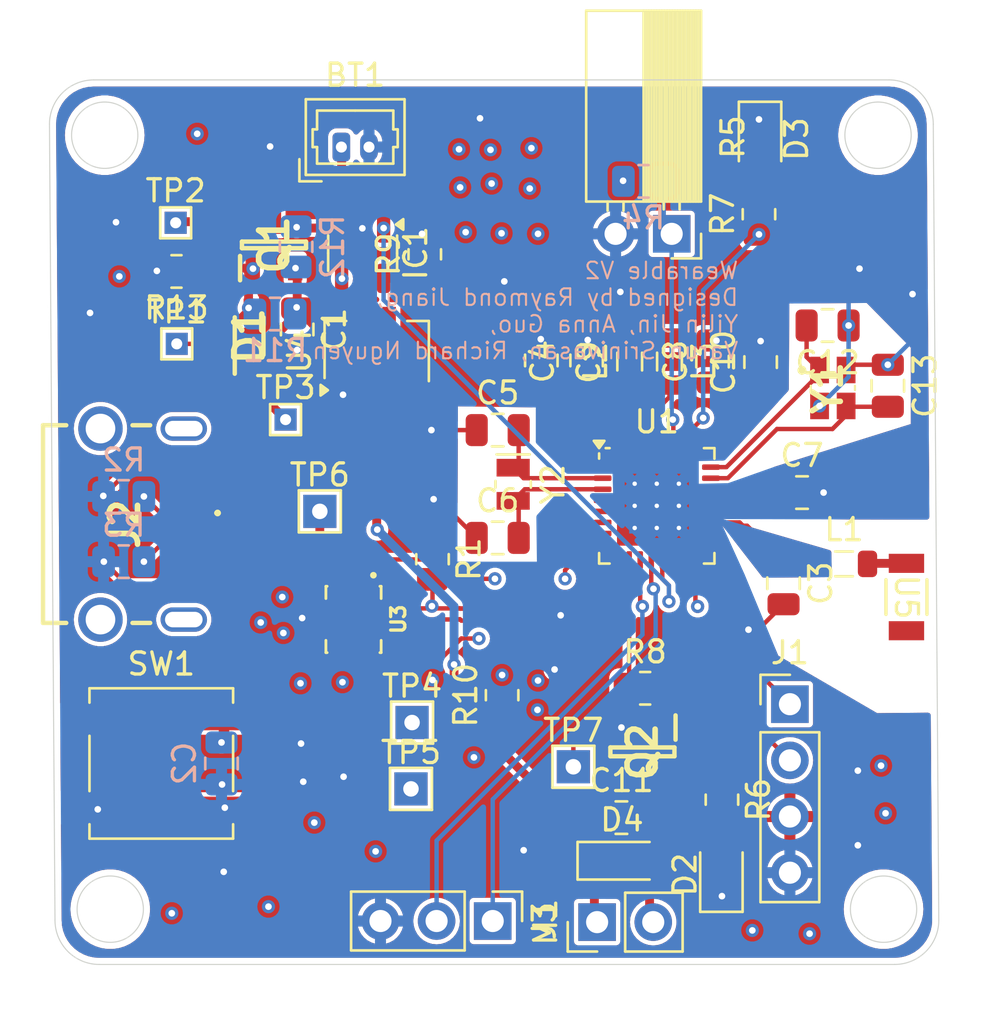
<source format=kicad_pcb>
(kicad_pcb (version 20240108) (generator "pcbnew") (generator_version "8.0")
  (layers (0 "F.Cu" signal) (1 "In1.Cu" signal) (2 "In2.Cu" signal) (31 "B.Cu" signal) (34 "B.Paste" user) (35 "F.Paste" user) (36 "B.SilkS" user "B.Silkscreen") (37 "F.SilkS" user "F.Silkscreen") (38 "B.Mask" user) (39 "F.Mask" user) (44 "Edge.Cuts" user))
  (net 0 "")
  (net 1 "GND")
  (net 2 "/VBAT+")
  (net 3 "VCC")
  (net 4 "/NRST")
  (net 5 "/RF1")
  (net 6 "/DEC1")
  (net 7 "/RCC_OSC32_IN")
  (net 8 "/RCC_OSC32_OUT")
  (net 9 "/DEC3")
  (net 10 "/DEC4")
  (net 11 "+3.3V")
  (net 12 "Net-(D4-A)")
  (net 13 "/X1")
  (net 14 "/X2")
  (net 15 "/VBUS")
  (net 16 "Net-(D2-A)")
  (net 17 "Net-(D3-A)")
  (net 18 "/SWCLK")
  (net 19 "/SWDIO")
  (net 21 "Net-(J2-CC2)")
  (net 24 "Net-(J2-CC1)")
  (net 26 "/USART1_RX")
  (net 27 "/USART1_TX")
  (net 28 "Net-(L1-Pad2)")
  (net 29 "Net-(L2-Pad2)")
  (net 30 "/DCC")
  (net 31 "Net-(Q2-B)")
  (net 32 "/ADC1_P")
  (net 33 "/LED1")
  (net 34 "/LED0")
  (net 35 "/HAPTIC")
  (net 36 "/I2C1_SDA")
  (net 37 "/I2C1_SCL")
  (net 38 "/INT1")
  (net 43 "/STAT")
  (net 52 "/prog")
  (footprint "Capacitor_SMD:C_0805_2012Metric" (layer "F.Cu") (at 119.9815 62.1445 -90)
    (property "Reference" "C13")
    (property "Value" "12p")
  )
  (footprint "Connector_PinSocket_2.54mm:PinSocket_1x02_P2.54mm_Horizontal" (layer "F.Cu") (at 110.2 55.275 -90)
    (property "Reference" "R5")
    (property "Value" "R_Variable")
  )
  (footprint "Connector_Molex:Molex_PicoBlade_53047-0210_1x02_P1.25mm_Vertical" (layer "F.Cu") (at 95.25 51.35)
    (property "Reference" "BT1")
    (property "Value" "Battery_Cell")
  )
  (footprint "Capacitor_SMD:C_0805_2012Metric" (layer "F.Cu") (at 112.05 61.05 90)
    (property "Reference" "C8")
    (property "Value" "1uF")
  )
  (footprint "Button_Switch_SMD:SW_SPST_B3SL-1002P" (layer "F.Cu") (at 87.1 79.225)
    (property "Reference" "SW1")
    (property "Value" "Reset")
  )
  (footprint "Inductor_SMD:L_0805_2012Metric" (layer "F.Cu") (at 108.3 61.05 90)
    (property "Reference" "L2")
    (property "Value" "10uH")
  )
  (footprint "Resistor_SMD:R_0805_2012Metric" (layer "F.Cu") (at 109 75.825)
    (property "Reference" "R8")
    (property "Value" "2k")
  )
  (footprint "Capacitor_SMD:C_0805_2012Metric" (layer "F.Cu") (at 106.35 61 90)
    (property "Reference" "C9")
    (property "Value" "4.7uF")
  )
  (footprint "Capacitor_SMD:C_0805_2012Metric" (layer "F.Cu") (at 104.3 61 90)
    (property "Reference" "C4")
    (property "Value" "0.1uF")
  )
  (footprint "LED_SMD:LED_0805_2012Metric" (layer "F.Cu") (at 112.45 84.25 90)
    (property "Reference" "D2")
    (property "Value" "LED")
  )
  (footprint "Resistor_SMD:R_0805_2012Metric" (layer "F.Cu") (at 112.475 80.8625 -90)
    (property "Reference" "R6")
    (property "Value" "300")
  )
  (footprint "LED_SMD:LED_0805_2012Metric" (layer "F.Cu") (at 114.2 50.9875 -90)
    (property "Reference" "D3")
    (property "Value" "LED")
  )
  (footprint "TestPoint:TestPoint_THTPad_1.5x1.5mm_Drill0.7mm" (layer "F.Cu") (at 98.4 80.375)
    (property "Reference" "TP5")
    (property "Value" "i2c SCL")
  )
  (footprint "Resistor_SMD:R_0805_2012Metric" (layer "F.Cu") (at 99.375 69.9875 -90)
    (property "Reference" "R1")
    (property "Value" "4.7k")
  )
  (footprint "Capacitor_SMD:C_0805_2012Metric" (layer "F.Cu") (at 93.25 59.6 -90)
    (property "Reference" "C1")
    (property "Value" "0.1uF")
  )
  (footprint "Crystal:Crystal_SMD_MicroCrystal_CC8V-T1A-2Pin_2.0x1.2mm" (layer "F.Cu") (at 103.025 66.6 -90)
    (property "Reference" "Y2")
    (property "Value" "Crystal")
  )
  (footprint "Connector_PinHeader_2.54mm:PinHeader_1x02_P2.54mm_Vertical" (layer "F.Cu") (at 106.825 86.4 90)
    (property "Reference" "M1")
    (property "Value" "Motor_DC")
  )
  (footprint "Connector_PinHeader_2.54mm:PinHeader_1x04_P2.54mm_Vertical" (layer "F.Cu") (at 115.55 76.545)
    (property "Reference" "J1")
    (property "Value" "Conn_01x04")
  )
  (footprint "TestPoint:TestPoint_THTPad_1.5x1.5mm_Drill0.7mm" (layer "F.Cu") (at 94.275 67.825)
    (property "Reference" "TP6")
    (property "Value" "IMU INT")
  )
  (footprint "Inductor_SMD:L_0805_2012Metric" (layer "F.Cu") (at 110.1 61.05 -90)
    (property "Reference" "L3")
    (property "Value" "15nH")
  )
  (footprint "Capacitor_SMD:C_0805_2012Metric" (layer "F.Cu") (at 102.325 69.025)
    (property "Reference" "C6")
    (property "Value" "12p")
  )
  (footprint "Capacitor_SMD:C_0805_2012Metric" (layer "F.Cu") (at 116.1 66.975)
    (property "Reference" "C7")
    (property "Value" "100pF")
  )
  (footprint "Resistor_SMD:R_0805_2012Metric" (layer "F.Cu") (at 87.7875 56.975 180)
    (property "Reference" "R13")
    (property "Value" "10k")
  )
  (footprint "A_wearables:SOT95P240X115-3N" (layer "F.Cu") (at 108.875 78.7 -90)
    (property "Reference" "Q2")
    (property "Value" "NPN" (hide yes))
  )
  (footprint "Package_DFN_QFN:QFN-32-1EP_5x5mm_P0.5mm_EP3.6x3.6mm_ThermalVias" (layer "F.Cu") (at 109.525 67.575)
    (property "Reference" "U1")
    (property "Value" "nRF52811-QCxx")
  )
  (footprint "Capacitor_SMD:C_0805_2012Metric" (layer "F.Cu") (at 114.225 61.075 90)
    (property "Reference" "C10")
    (property "Value" "0.1uF")
  )
  (footprint "Package_TO_SOT_SMD:SOT-23-5" (layer "F.Cu") (at 96.2125 56.15 -90)
    (property "Reference" "IC1")
    (property "Value" "MCP73831T-2ACI_OT")
  )
  (footprint "A_wearables:ABM10W240000MHZ8K1ZT3" (layer "F.Cu") (at 117.2565 62.2445 -90)
    (property "Reference" "Y1")
    (property "Value" "ABM10W-32.0000MHZ-8-B1U-T3" (hide yes))
  )
  (footprint "Resistor_SMD:R_0805_2012Metric" (layer "F.Cu") (at 114.15 54.3875 90)
    (property "Reference" "R7")
    (property "Value" "300")
  )
  (footprint "A_wearables:2171750001" (layer "F.Cu") (at 85.1975 68.4 -90)
    (property "Reference" "J2")
    (property "Value" "217175-0001" (hide yes))
  )
  (footprint "TestPoint:TestPoint_THTPad_1.0x1.0mm_Drill0.5mm" (layer "F.Cu") (at 87.75 54.775)
    (property "Reference" "TP2")
    (property "Value" "VBAT_TP")
  )
  (footprint "TestPoint:TestPoint_THTPad_1.5x1.5mm_Drill0.7mm" (layer "F.Cu") (at 98.45 77.375)
    (property "Reference" "TP4")
    (property "Value" "i2c SDA")
  )
  (footprint "Package_TO_SOT_SMD:SOT-89-3" (layer "F.Cu") (at 96.85 60.575 90)
    (property "Reference" "U4")
    (property "Value" "MCP1700x-330xxMB")
  )
  (footprint "A_wearables:SOD2513X120N" (layer "F.Cu") (at 91.075 59.9 90)
    (property "Reference" "D1")
    (property "Value" "D_Schottky" (hide yes))
  )
  (footprint "Capacitor_SMD:C_0805_2012Metric" (layer "F.Cu") (at 117.2565 59.4195 180)
    (property "Reference" "C12")
    (property "Value" "12p")
  )
  (footprint "A_wearables:XDCR_BMI270" (layer "F.Cu") (at 95.8 72.7125 -90)
    (property "Reference" "U3")
    (property "Value" "BMI270")
  )
  (footprint "Connector_PinHeader_2.54mm:PinHeader_1x03_P2.54mm_Vertical" (layer "F.Cu") (at 102.1 86.35 -90)
    (property "Reference" "J3")
    (property "Value" "Conn_01x03")
  )
  (footprint "A_wearables:SOT96P240X110-3N" (layer "F.Cu") (at 92.2 55.775 90)
    (property "Reference" "Q1")
    (property "Value" "PMOS" (hide yes))
  )
  (footprint "TestPoint:TestPoint_THTPad_1.0x1.0mm_Drill0.5mm" (layer "F.Cu") (at 87.8 60.25)
    (property "Reference" "TP1")
    (property "Value" "VBUS_TP")
  )
  (footprint "Resistor_SMD:R_0805_2012Metric" (layer "F.Cu") (at 102.525 76.1375 90)
    (property "Reference" "R10")
    (property "Value" "4.7k")
  )
  (footprint "Inductor_SMD:L_0805_2012Metric" (layer "F.Cu") (at 118 70.2)
    (property "Reference" "L1")
    (property "Value" "3.9nH")
  )
  (footprint "Resistor_SMD:R_0805_2012Metric" (layer "F.Cu") (at 99.025 56.2 90)
    (property "Reference" "R9")
    (property "Value" "10k")
  )
  (footprint "A_wearables:2450AT18A100E_JOT" (layer "F.Cu") (at 120.825 71.698801 -90)
    (property "Reference" "U5")
    (property "Value" "2450AT18A100E")
  )
  (footprint "Diode_SMD:D_SOD-323_HandSoldering" (layer "F.Cu") (at 107.95 83.625)
    (property "Reference" "D4")
    (property "Value" "1N4148")
  )
  (footprint "Capacitor_SMD:C_0805_2012Metric" (layer "F.Cu") (at 115.2625 71.075 -90)
    (property "Reference" "C3")
    (property "Value" "0.8pF")
  )
  (footprint "Capacitor_SMD:C_0805_2012Metric" (layer "F.Cu") (at 107.925 81.675)
    (property "Reference" "C11")
    (property "Value" "0.1uF")
  )
  (footprint "Capacitor_SMD:C_0805_2012Metric" (layer "F.Cu") (at 102.325 64.15)
    (property "Reference" "C5")
    (property "Value" "12p")
  )
  (footprint "TestPoint:TestPoint_THTPad_1.5x1.5mm_Drill0.7mm" (layer "F.Cu") (at 105.75 79.375)
    (property "Reference" "TP7")
    (property "Value" "IMU INT")
  )
  (footprint "TestPoint:TestPoint_THTPad_1.0x1.0mm_Drill0.5mm" (layer "F.Cu") (at 92.725 63.675)
    (property "Reference" "TP3")
    (property "Value" "VCC/VIN_TP")
  )
  (footprint "Resistor_SMD:R_0805_2012Metric" (layer "B.Cu") (at 85.4 67.15 180)
    (property "Reference" "R2")
    (property "Value" "5.1k")
  )
  (footprint "Resistor_SMD:R_0805_2012Metric" (layer "B.Cu") (at 93.2 55.8625 90)
    (property "Reference" "R12")
    (property "Value" "0")
  )
  (footprint "Capacitor_SMD:C_0805_2012Metric" (layer "B.Cu") (at 89.825 79.225 -90)
    (property "Reference" "C2")
    (property "Value" "0.1uF")
  )
  (footprint "Resistor_SMD:R_0805_2012Metric" (layer "B.Cu") (at 108.925 52.9)
    (property "Reference" "R4")
    (property "Value" "10k")
  )
  (footprint "Resistor_SMD:R_0805_2012Metric" (layer "B.Cu") (at 92.25 58.9)
    (property "Reference" "R11")
    (property "Value" "0")
  )
  (footprint "Resistor_SMD:R_0805_2012Metric" (layer "B.Cu") (at 85.4 70.1 180)
    (property "Reference" "R3")
    (property "Value" "5.1k")
  )
  (gr_circle (center 84.539214 50.814214) (end 86.039214 50.814214) (stroke (width 0.05)) (fill none) (layer "Edge.Cuts"))
  (gr_circle (center 84.789214 85.814214) (end 86.289214 85.814214) (stroke (width 0.05)) (fill none) (layer "Edge.Cuts"))
  (gr_arc (start 84.289214 88.314214) (mid 82.875 87.728428) (end 82.289214 86.314214) (stroke (width 0.05)) (layer "Edge.Cuts"))
  (gr_arc (start 120.039214 48.314214) (mid 121.453414 48.900006) (end 122.039214 50.314214) (stroke (width 0.05)) (layer "Edge.Cuts"))
  (gr_circle (center 119.789214 85.814214) (end 121.289214 85.814214) (stroke (width 0.05)) (fill none) (layer "Edge.Cuts"))
  (gr_line (start 82.289214 86.314214) (end 82.039214 50.314214) (stroke (width 0.05)) (layer "Edge.Cuts"))
  (gr_arc (start 122.289214 86.314214) (mid 121.703423 87.728423) (end 120.289214 88.314214) (stroke (width 0.05)) (layer "Edge.Cuts"))
  (gr_circle (center 119.539214 50.814214) (end 121.039214 50.814214) (stroke (width 0.05)) (fill none) (layer "Edge.Cuts"))
  (gr_arc (start 82.039214 50.314214) (mid 82.625 48.9) (end 84.039214 48.314214) (stroke (width 0.05)) (layer "Edge.Cuts"))
  (gr_line (start 84.289214 88.314214) (end 120.289214 88.314214) (stroke (width 0.05)) (layer "Edge.Cuts"))
  (gr_line (start 84.039214 48.314214) (end 120.039214 48.314214) (stroke (width 0.05)) (layer "Edge.Cuts"))
  (gr_line (start 122.039214 50.314214) (end 122.289214 86.314214) (stroke (width 0.05)) (layer "Edge.Cuts"))
  (gr_text "Wearable V2\nDesigned by Raymond Jiang,\nYilin Jin, Anna Guo,\nVarun Srinivasan, Richard Nguyen" (at 113.275 61 0) (layer "B.SilkS") (effects (font (size 0.75 0.75) (thickness 0.09375)) (justify left bottom mirror)))
  (segment (start 119.9815 61.1945) (end 118.3305 61.1945) (width 0.2) (layer "F.Cu") (net 1))
  (segment (start 109.275 65.125) (end 109.275 66.325) (width 0.2) (layer "F.Cu") (net 1))
  (segment (start 118.2065 59.4195) (end 118.2065 61.3185) (width 0.2) (layer "F.Cu") (net 1))
  (segment (start 110.775 67.825) (end 110.525 67.575) (width 0.2) (layer "F.Cu") (net 1))
  (segment (start 114.1125 73.175) (end 113.675 73.175) (width 0.2) (layer "F.Cu") (net 1))
  (segment (start 88.2275 71.15) (end 85.55 71.15) (width 0.2) (layer "F.Cu") (net 1))
  (segment (start 93.5375 72.7125) (end 93.475 72.65) (width 0.2) (layer "F.Cu") (net 1))
  (segment (start 111.975 67.825) (end 110.775 67.825) (width 0.2) (layer "F.Cu") (net 1))
  (segment (start 101.375 69.025) (end 99.625 67.275) (width 0.2) (layer "F.Cu") (net 1))
  (segment (start 94.8875 73.2125) (end 94.0375 73.2125) (width 0.2) (layer "F.Cu") (net 1))
  (segment (start 101.375 64.15) (end 99.325 64.15) (width 0.2) (layer "F.Cu") (net 1))
  (segment (start 115.2625 72.025) (end 114.1125 73.175) (width 0.2) (layer "F.Cu") (net 1))
  (segment (start 99.625 67.275) (end 99.425 67.275) (width 0.2) (layer "F.Cu") (net 1))
  (segment (start 118.2065 61.3185) (end 118.0935 61.4315) (width 0.2) (layer "F.Cu") (net 1))
  (segment (start 85.55 71.15) (end 84.5 70.1) (width 0.2) (layer "F.Cu") (net 1))
  (segment (start 94.0375 73.2125) (end 93.475 72.65) (width 0.2) (layer "F.Cu") (net 1))
  (segment (start 109.275 66.325) (end 109.525 66.575) (width 0.2) (layer "F.Cu") (net 1))
  (segment (start 118.3305 61.1945) (end 118.0935 61.4315) (width 0.2) (layer "F.Cu") (net 1))
  (segment (start 88.2275 65.65) (end 85.95 65.65) (width 0.2) (layer "F.Cu") (net 1))
  (segment (start 109.775 65.125) (end 109.775 66.325) (width 0.2) (layer "F.Cu") (net 1))
  (segment (start 109.775 66.325) (end 109.525 66.575) (width 0.2) (layer "F.Cu") (net 1))
  (segment (start 85.95 65.65) (end 84.475 67.125) (width 0.2) (layer "F.Cu") (net 1))
  (segment (start 94.8875 72.7125) (end 93.5375 72.7125) (width 0.2) (layer "F.Cu") (net 1))
  (via (at 112.225 60.1) (size 0.6) (drill 0.3) (layers "F.Cu" "B.Cu") (net 1))
  (via (at 106.4 60.075) (size 0.6) (drill 0.3) (layers "F.Cu" "B.Cu") (net 1))
  (via (at 89.925 84.125) (size 0.6) (drill 0.3) (layers "F.Cu" "B.Cu") (net 1))
  (via (at 112.475 85.225) (size 0.6) (drill 0.3) (layers "F.Cu" "B.Cu") (net 1))
  (via (at 93.425 78.325) (size 0.6) (drill 0.3) (layers "F.Cu" "B.Cu") (net 1))
  (via (at 103.5 83.15) (size 0.6) (drill 0.3) (layers "F.Cu" "B.Cu") (net 1))
  (via (at 86.9 56.95) (size 0.6) (drill 0.3) (layers "F.Cu" "B.Cu") (net 1))
  (via (at 92.025 51.325) (size 0.6) (drill 0.3) (layers "F.Cu" "B.Cu") (net 1))
  (via (at 98.9 55.275) (size 0.6) (drill 0.3) (layers "F.Cu" "B.Cu") (net 1))
  (via (at 84.475 67.125) (size 0.6) (drill 0.3) (layers "F.Cu" "B.Cu") (net 1))
  (via (at 96.2 55.025) (size 0.6) (drill 0.3) (layers "F.Cu" "B.Cu") (net 1))
  (via (at 117.075 66.975) (size 0.6) (drill 0.3) (layers "F.Cu" "B.Cu") (net 1))
  (via (at 118.2065 59.4195) (size 0.6) (drill 0.3) (layers "F.Cu" "B.Cu") (net 1))
  (via (at 89.975 81.225) (size 0.6) (drill 0.3) (layers "F.Cu" "B.Cu") (net 1))
  (via (at 118.625 79.55) (size 0.6) (drill 0.3) (layers "F.Cu" "B.Cu") (net 1))
  (via (at 114.225 60.125) (size 0.6) (drill 0.3) (layers "F.Cu" "B.Cu") (net 1))
  (via (at 93.475 72.65) (size 0.6) (drill 0.3) (layers "F.Cu" "B.Cu") (net 1))
  (via (at 93.25 60.525) (size 0.6) (drill 0.3) (layers "F.Cu" "B.Cu") (net 1))
  (via (at 101.525 50.05) (size 0.6) (drill 0.3) (layers "F.Cu" "B.Cu") (net 1))
  (via (at 113.675 73.175) (size 0.6) (drill 0.3) (layers "F.Cu" "B.Cu") (net 1))
  (via (at 83.875 58.85) (size 0.6) (drill 0.3) (layers "F.Cu" "B.Cu") (net 1))
  (via (at 93.525 80.05) (size 0.6) (drill 0.3) (layers "F.Cu" "B.Cu") (net 1))
  (via (at 85.05 54.75) (size 0.6) (drill 0.3) (layers "F.Cu" "B.Cu") (net 1))
  (via (at 102.625 57.425) (size 0.6) (drill 0.3) (layers "F.Cu" "B.Cu") (net 1))
  (via (at 119.9815 61.1945) (size 0.6) (drill 0.3) (layers "F.Cu" "B.Cu") (net 1))
  (via (at 114.15 50.1) (size 0.6) (drill 0.3) (layers "F.Cu" "B.Cu") (net 1))
  (via (at 89.85 80.175) (size 0.6) (drill 0.3) (layers "F.Cu" "B.Cu") (net 1))
  (via (at 107.925 77.6) (size 0.6) (drill 0.3) (layers "F.Cu" "B.Cu") (net 1))
  (via (at 95.35 79.825) (size 0.6) (drill 0.3) (layers "F.Cu" "B.Cu") (net 1))
  (via (at 105.175 72.525) (size 0.6) (drill 0.3) (layers "F.Cu" "B.Cu") (net 1))
  (via (at 99.325 64.15) (size 0.6) (drill 0.3) (layers "F.Cu" "B.Cu") (net 1))
  (via (at 107.875 57.9) (size 0.6) (drill 0.3) (layers "F.Cu" "B.Cu") (net 1))
  (via (at 84.225 81.3) (size 0.6) (drill 0.3) (layers "F.Cu" "B.Cu") (net 1))
  (via (at 84.5 70.1) (size 0.6) (drill 0.3) (layers "F.Cu" "B.Cu") (net 1))
  (via (at 95.325 62.55) (size 0.6) (drill 0.3) (layers "F.Cu" "B.Cu") (net 1))
  (via (at 99.425 67.275) (size 0.6) (drill 0.3) (layers "F.Cu" "B.Cu") (net 1))
  (via (at 104.275 60.0375) (size 0.6) (drill 0.3) (layers "F.Cu" "B.Cu") (net 1))
  (via (at 118.625 82.925) (size 0.6) (drill 0.3) (layers "F.Cu" "B.Cu") (net 1))
  (via (at 116.8935 63.0575) (size 0.6) (drill 0.3) (layers "F.Cu" "B.Cu") (net 1))
  (via (at 104.9 74.975) (size 0.6) (drill 0.3) (layers "F.Cu" "B.Cu") (net 1))
  (via (at 118.7 56.85) (size 0.6) (drill 0.3) (layers "F.Cu" "B.Cu") (net 1))
  (via (at 121.1 58) (size 0.6) (drill 0.3) (layers "F.Cu" "B.Cu") (net 1))
  (segment (start 118.2065 57.3435) (end 118.2065 59.4195) (width 0.2) (layer "B.Cu") (net 1))
  (segment (start 118.2065 59.4195) (end 118.2065 61.7445) (width 0.2) (layer "B.Cu") (net 1))
  (segment (start 119.9815 61.1945) (end 121.1 60.076) (width 0.2) (layer "B.Cu") (net 1))
  (segment (start 118.2315 59.3945) (end 118.2065 59.4195) (width 0.4) (layer "B.Cu") (net 1))
  (segment (start 89.85 80.175) (end 89.85 81.1) (width 0.4) (layer "B.Cu") (net 1))
  (segment (start 118.7 56.85) (end 118.2065 57.3435) (width 0.2) (layer "B.Cu") (net 1))
  (segment (start 89.85 81.1) (end 89.975 81.225) (width 0.4) (layer "B.Cu") (net 1))
  (segment (start 121.1 60.076) (end 121.1 58) (width 0.2) (layer "B.Cu") (net 1))
  (segment (start 118.2065 61.7445) (end 116.8935 63.0575) (width 0.2) (layer "B.Cu") (net 1))
  (segment (start 93.2625 55.0125) (end 93.225 54.975) (width 0.4) (layer "F.Cu") (net 2))
  (segment (start 93.1875 55.0125) (end 92.4875 55.0125) (width 0.4) (layer "F.Cu") (net 2))
  (segment (start 95.2625 51.3625) (end 95.25 51.35) (width 0.4) (layer "F.Cu") (net 2))
  (segment (start 92.2 54.725) (end 87.8 54.725) (width 0.4) (layer "F.Cu") (net 2))
  (segment (start 95.2625 55.0125) (end 95.2625 51.3625) (width 0.4) (layer "F.Cu") (net 2))
  (segment (start 92.4875 55.0125) (end 92.2 54.725) (width 0.4) (layer "F.Cu") (net 2))
  (segment (start 87.8 54.725) (end 87.75 54.775) (width 0.4) (layer "F.Cu") (net 2))
  (segment (start 95.2625 55.0125) (end 93.2625 55.0125) (width 0.4) (layer "F.Cu") (net 2))
  (segment (start 93.225 54.975) (end 93.1875 55.0125) (width 0.4) (layer "F.Cu") (net 2))
  (via (at 93.225 54.975) (size 0.6) (drill 0.3) (layers "F.Cu" "B.Cu") (net 2))
  (segment (start 93.25 58.65) (end 93.25 58.625) (width 0.4) (layer "F.Cu") (net 3))
  (segment (start 93.25 56.915) (end 93.175 56.84) (width 0.4) (layer "F.Cu") (net 3))
  (segment (start 93.25 58.887) (end 91.075 61.062) (width 0.4) (layer "F.Cu") (net 3))
  (segment (start 93.25 58.65) (end 96.85 62.25) (width 0.4) (layer "F.Cu") (net 3))
  (segment (start 106.7 86.275) (end 106.825 86.4) (width 0.4) (layer "F.Cu") (net 3))
  (segment (start 93.225 58.6) (end 93.25 58.575) (width 0.4) (layer "F.Cu") (net 3))
  (segment (start 105.511334 81.675) (end 106.975 81.675) (width 0.4) (layer "F.Cu") (net 3))
  (segment (start 100.35 76.513666) (end 105.511334 81.675) (width 0.4) (layer "F.Cu") (net 3))
  (segment (start 96.85 62.4375) (end 96.85 68.625) (width 0.4) (layer "F.Cu") (net 3))
  (segment (start 93.175 56.825) (end 93.16 56.825) (width 0.4) (layer "F.Cu") (net 3))
  (segment (start 106.7 83.625) (end 106.7 86.275) (width 0.4) (layer "F.Cu") (net 3))
  (segment (start 100.35 74.75) (end 100.35 76.513666) (width 0.4) (layer "F.Cu") (net 3))
  (segment (start 96.85 62.25) (end 96.85 62.4375) (width 0.4) (layer "F.Cu") (net 3))
  (segment (start 106.7 83.625) (end 106.7 81.95) (width 0.4) (layer "F.Cu") (net 3))
  (segment (start 93.25 58.625) (end 93.225 58.6) (width 0.4) (layer "F.Cu") (net 3))
  (segment (start 106.7 81.95) (end 106.975 81.675) (width 0.4) (layer "F.Cu") (net 3))
  (segment (start 96.85 68.625) (end 96.875 68.65) (width 0.4) (layer "F.Cu") (net 3))
  (segment (start 93.175 56.84) (end 93.175 56.825) (width 0.4) (layer "F.Cu") (net 3))
  (segment (start 93.25 58.65) (end 93.25 58.887) (width 0.4) (layer "F.Cu") (net 3))
  (segment (start 93.16 56.825) (end 93.16 56.825) (width 0.4) (layer "F.Cu") (net 3))
  (segment (start 91.075 62.025) (end 92.725 63.675) (width 0.4) (layer "F.Cu") (net 3))
  (segment (start 91.075 61.062) (end 91.075 62.025) (width 0.4) (layer "F.Cu") (net 3))
  (segment (start 93.25 58.65) (end 93.25 56.915) (width 0.4) (layer "F.Cu") (net 3))
  (via (at 96.875 68.65) (size 0.6) (drill 0.3) (layers "F.Cu" "B.Cu") (net 3))
  (via (at 93.225 58.6) (size 0.6) (drill 0.3) (layers "F.Cu" "B.Cu") (net 3))
  (via (at 93.175 56.825) (size 0.6) (drill 0.3) (layers "F.Cu" "B.Cu") (net 3))
  (via (at 100.35 74.75) (size 0.6) (drill 0.3) (layers "F.Cu" "B.Cu") (net 3))
  (segment (start 100.35 72.125) (end 100.35 74.75) (width 0.4) (layer "B.Cu") (net 3))
  (segment (start 96.875 68.65) (end 100.35 72.125) (width 0.4) (layer "B.Cu") (net 3))
  (segment (start 89.8 77.225) (end 89.8 78.25) (width 0.2) (layer "F.Cu") (net 4))
  (segment (start 89.8 78.25) (end 89.825 78.275) (width 0.2) (layer "F.Cu") (net 4))
  (segment (start 111.275 72.025) (end 111.275 70.025) (width 0.2) (layer "F.Cu") (net 4))
  (segment (start 92.523529 74.501471) (end 99.748529 74.501471) (width 0.2) (layer "F.Cu") (net 4))
  (segment (start 84.05 77.225) (end 89.8 77.225) (width 0.2) (layer "F.Cu") (net 4))
  (segment (start 100.675 73.575) (end 101.475 73.575) (width 0.2) (layer "F.Cu") (net 4))
  (segment (start 111.375 72.125) (end 111.275 72.025) (width 0.2) (layer "F.Cu") (net 4))
  (segment (start 89.8 77.225) (end 92.523529 74.501471) (width 0.2) (layer "F.Cu") (net 4))
  (segment (start 89.975 78.125) (end 89.825 78.275) (width 0.4) (layer "F.Cu") (net 4))
  (segment (start 99.748529 74.501471) (end 100.675 73.575) (width 0.2) (layer "F.Cu") (net 4))
  (segment (start 89.975 77.225) (end 89.975 78.125) (width 0.4) (layer "F.Cu") (net 4))
  (via (at 89.825 78.275) (size 0.6) (drill 0.3) (layers "F.Cu" "B.Cu") (net 4))
  (via (at 101.475 73.575) (size 0.6) (drill 0.3) (layers "F.Cu" "B.Cu") (net 4))
  (via (at 111.375 72.125) (size 0.6) (drill 0.3) (layers "F.Cu" "B.Cu") (net 4))
  (segment (start 113.6125 68.475) (end 115.2625 70.125) (width 0.2) (layer "F.Cu") (net 5))
  (segment (start 111.975 68.325) (end 113.275 68.325) (width 0.2) (layer "F.Cu") (net 5))
  (segment (start 113.275 68.325) (end 113.425 68.475) (width 0.2) (layer "F.Cu") (net 5))
  (segment (start 113.425 68.475) (end 113.6125 68.475) (width 0.2) (layer "F.Cu") (net 5))
  (segment (start 104.3 63.05) (end 104.3 61.95) (width 0.2) (layer "F.Cu") (net 6))
  (segment (start 107.075 65.825) (end 104.3 63.05) (width 0.2) (layer "F.Cu") (net 6))
  (segment (start 103.5 66.325) (end 103.025 65.85) (width 0.2) (layer "F.Cu") (net 7))
  (segment (start 103.275 65.6) (end 103.025 65.85) (width 0.2) (layer "F.Cu") (net 7))
  (segment (start 103.275 64.15) (end 103.275 65.6) (width 0.2) (layer "F.Cu") (net 7))
  (segment (start 107.075 66.325) (end 103.5 66.325) (width 0.2) (layer "F.Cu") (net 7))
  (segment (start 103.275 67.6) (end 103.025 67.35) (width 0.2) (layer "F.Cu") (net 8))
  (segment (start 103.55 66.825) (end 103.025 67.35) (width 0.2) (layer "F.Cu") (net 8))
  (segment (start 103.275 69.025) (end 103.275 67.6) (width 0.2) (layer "F.Cu") (net 8))
  (segment (start 107.075 66.825) (end 103.55 66.825) (width 0.2) (layer "F.Cu") (net 8))
  (segment (start 115 66.825) (end 111.975 66.825) (width 0.2) (layer "F.Cu") (net 9))
  (segment (start 115.15 66.975) (end 115 66.825) (width 0.2) (layer "F.Cu") (net 9))
  (segment (start 108.775 63.975) (end 110.1 62.65) (width 0.2) (layer "F.Cu") (net 10))
  (segment (start 112.05 62) (end 110.2125 62) (width 0.2) (layer "F.Cu") (net 10))
  (segment (start 108.775 63.975) (end 108.775 65.125) (width 0.2) (layer "F.Cu") (net 10))
  (segment (start 110.1 62.65) (end 110.1 62.1125) (width 0.2) (layer "F.Cu") (net 10))
  (segment (start 110.2125 62) (end 110.1 62.1125) (width 0.2) (layer "F.Cu") (net 10))
  (segment (start 111.275 64.975) (end 111.275 65.125) (width 0.2) (layer "F.Cu") (net 11))
  (segment (start 92.625 73.325) (end 93.175 73.875) (width 0.2) (layer "F.Cu") (net 11))
  (segment (start 93.175 73.875) (end 95.05 73.875) (width 0.2) (layer "F.Cu") (net 11))
  (via (at 91.95 85.7) (size 0.6) (drill 0.3) (layers "F.Cu" "B.Cu") (net 11))
  (via (at 100.625 53.175) (size 0.6) (drill 0.3) (layers "F.Cu" "B.Cu") (net 11))
  (via (at 93.4 75.6) (size 0.6) (drill 0.3) (layers "F.Cu" "B.Cu") (net 11))
  (via (at 94.025 81.9) (size 0.6) (drill 0.3) (layers "F.Cu" "B.Cu") (net 11))
  (via (at 96.8 83.2) (size 0.6) (drill 0.3) (layers "F.Cu" "B.Cu") (net 11))
  (via (at 102.5 55.25) (size 0.6) (drill 0.3) (layers "F.Cu" "B.Cu") (net 11))
  (via (at 119.675 79.325) (size 0.6) (drill 0.3) (layers "F.Cu" "B.Cu") (net 11))
  (via (at 103.775 53.225) (size 0.6) (drill 0.3) (layers "F.Cu" "B.Cu") (net 11))
  (via (at 99.375 75.45) (size 0.6) (drill 0.3) (layers "F.Cu" "B.Cu") (net 11))
  (via (at 100.875 55.2) (size 0.6) (drill 0.3) (layers "F.Cu" "B.Cu") (net 11))
  (via (at 119.879507 81.477661) (size 0.6) (drill 0.3) (layers "F.Cu" "B.Cu") (net 11))
  (via (at 116.440695 86.922447) (size 0.6) (drill 0.3) (layers "F.Cu" "B.Cu") (net 11))
  (via (at 100.575 51.45) (size 0.6) (drill 0.3) (layers "F.Cu" "B.Cu") (net 11))
  (via (at 85.2 57.2) (size 0.6) (drill 0.3) (layers "F.Cu" "B.Cu") (net 11))
  (via (at 102 51.475) (size 0.6) (drill 0.3) (layers "F.Cu" "B.Cu") (net 11))
  (via (at 87.575 86) (size 0.6) (drill 0.3) (layers "F.Cu" "B.Cu") (net 11))
  (via (at 113.85 86.775) (size 0.6) (drill 0.3) (layers "F.Cu" "B.Cu") (net 11))
  (via (at 95.3 75.55) (size 0.6) (drill 0.3) (layers "F.Cu" "B.Cu") (net 11))
  (via (at 91.6 72.85) (size 0.6) (drill 0.3) (layers "F.Cu" "B.Cu") (net 11))
  (via (at 92.625 73.325) (size 0.6) (drill 0.3) (layers "F.Cu" "B.Cu") (net 11))
  (via (at 104.125 76.8) (size 0.6) (drill 0.3) (layers "F.Cu" "B.Cu") (net 11))
  (via (at 104.15 75.475) (size 0.6) (drill 0.3) (layers "F.Cu" "B.Cu") (net 11))
  (via (at 103.85 51.4) (size 0.6) (drill 0.3) (layers "F.Cu" "B.Cu") (net 11))
  (via (at 104.15 55.275) (size 0.6) (drill 0.3) (layers "F.Cu" "B.Cu") (net 11))
  (via (at 108 52.875) (size 0.6) (drill 0.3) (layers "F.Cu" "B.Cu") (net 11))
  (via (at 88.725 50.75) (size 0.6) (drill 0.3) (layers "F.Cu" "B.Cu") (net 11))
  (via (at 101.25 78.95) (size 0.6) (drill 0.3) (layers "F.Cu" "B.Cu") (net 11))
  (via (at 92.575 71.7) (size 0.6) (drill 0.3) (layers "F.Cu" "B.Cu") (net 11))
  (via (at 102.05 53) (size 0.6) (drill 0.3) (layers "F.Cu" "B.Cu") (net 11))
  (segment (start 109.2 83.625) (end 109.2 82) (width 0.4) (layer "F.Cu") (net 12))
  (segment (start 108.875 81.675) (end 108.875 79.8) (width 0.4) (layer "F.Cu") (net 12))
  (segment (start 109.2 83.625) (end 109.2 86.235) (width 0.4) (layer "F.Cu") (net 12))
  (segment (start 109.2 86.235) (end 109.365 86.4) (width 0.4) (layer "F.Cu") (net 12))
  (segment (start 109.2 82) (end 108.875 81.675) (width 0.4) (layer "F.Cu") (net 12))
  (segment (start 116.8935 61.4315) (end 116.8935 61.6065) (width 0.2) (layer "F.Cu") (net 13))
  (segment (start 116.3065 60.8445) (end 116.8935 61.4315) (width 0.2) (layer "F.Cu") (net 13))
  (segment (start 116.8935 61.6065) (end 112.675 65.825) (width 0.2) (layer "F.Cu") (net 13))
  (segment (start 112.675 65.825) (end 111.975 65.825) (width 0.2) (layer "F.Cu") (net 13))
  (segment (start 116.3065 59.4195) (end 116.3065 60.8445) (width 0.2) (layer "F.Cu") (net 13))
  (segment (start 116.8935 61.5825) (end 116.8935 61.4315) (width 0.2) (layer "F.Cu") (net 13))
  (segment (start 114.965686 64.1) (end 117.476 64.1) (width 0.2) (layer "F.Cu") (net 14))
  (segment (start 118.0935 63.4825) (end 118.0935 63.0575) (width 0.2) (layer "F.Cu") (net 14))
  (segment (start 118.1305 63.0945) (end 118.0935 63.0575) (width 0.2) (layer "F.Cu") (net 14))
  (segment (start 112.740686 66.325) (end 114.965686 64.1) (width 0.2) (layer "F.Cu") (net 14))
  (segment (start 111.975 66.325) (end 112.740686 66.325) (width 0.2) (layer "F.Cu") (net 14))
  (segment (start 117.476 64.1) (end 118.0935 63.4825) (width 0.2) (layer "F.Cu") (net 14))
  (segment (start 119.9815 63.0945) (end 118.1305 63.0945) (width 0.2) (layer "F.Cu") (net 14))
  (segment (start 88.2275 69.92) (end 89.2275 69.92) (width 0.4) (layer "F.Cu") (net 15))
  (segment (start 91.075 58.738) (end 91.075 58.65) (width 0.4) (layer "F.Cu") (net 15))
  (segment (start 88.85 56.825) (end 88.7 56.975) (width 0.4) (layer "F.Cu") (net 15))
  (segment (start 91.24 56.825) (end 88.85 56.825) (width 0.4) (layer "F.Cu") (net 15))
  (segment (start 91.05 57.015) (end 91.215 56.85) (width 0.4) (layer "F.Cu") (net 15))
  (segment (start 87.8 60.25) (end 89.563 60.25) (width 0.2) (layer "F.Cu") (net 15))
  (segment (start 91.075 58.65) (end 91.05 58.625) (width 0.4) (layer "F.Cu") (net 15))
  (segment (start 90.425 68.7225) (end 90.425 59.388) (width 0.4) (layer "F.Cu") (net 15))
  (segment (start 90.425 59.388) (end 91.075 58.738) (width 0.4) (layer "F.Cu") (net 15))
  (segment (start 88.2275 66.88) (end 89.2275 66.88) (width 0.4) (layer "F.Cu") (net 15))
  (segment (start 91.05 58.625) (end 91.075 58.6) (width 0.4) (layer "F.Cu") (net 15))
  (segment (start 89.2275 69.92) (end 90.425 68.7225) (width 0.4) (layer "F.Cu") (net 15))
  (segment (start 91.05 58.625) (end 91.05 57.015) (width 0.4) (layer "F.Cu") (net 15))
  (segment (start 91.215 56.85) (end 91.25 56.85) (width 0.4) (layer "F.Cu") (net 15))
  (segment (start 90.425 65.6825) (end 90.425 64.825) (width 0.4) (layer "F.Cu") (net 15))
  (segment (start 95.2625 57.2875) (end 95.275 57.3) (width 0.4) (layer "F.Cu") (net 15))
  (segment (start 89.2275 66.88) (end 90.425 65.6825) (width 0.4) (layer "F.Cu") (net 15))
  (segment (start 91.25 56.815) (end 91.24 56.825) (width 0.4) (layer "F.Cu") (net 15))
  (segment (start 89.563 60.25) (end 91.075 58.738) (width 0.2) (layer "F.Cu") (net 15))
  (segment (start 91.25 56.85) (end 91.25 56.815) (width 0.4) (layer "F.Cu") (net 15))
  (via (at 91.05 58.625) (size 0.6) (drill 0.3) (layers "F.Cu" "B.Cu") (net 15))
  (via (at 95.275 57.3) (size 0.6) (drill 0.3) (layers "F.Cu" "B.Cu") (net 15))
  (via (at 91.25 56.85) (size 0.6) (drill 0.3) (layers "F.Cu" "B.Cu") (net 15))
  (segment (start 112.475 83.2875) (end 112.45 83.3125) (width 0.4) (layer "F.Cu") (net 16))
  (segment (start 112.475 81.775) (end 112.475 83.2875) (width 0.4) (layer "F.Cu") (net 16))
  (segment (start 114.2 53.425) (end 114.15 53.475) (width 0.4) (layer "F.Cu") (net 17))
  (segment (start 114.2 51.925) (end 114.2 53.425) (width 0.4) (layer "F.Cu") (net 17))
  (segment (start 111.975 75.51) (end 115.55 79.085) (width 0.2) (layer "F.Cu") (net 18))
  (segment (start 111.975 69.325) (end 111.975 75.51) (width 0.2) (layer "F.Cu") (net 18))
  (segment (start 112.675 69.110614) (end 112.675 73.67) (width 0.2) (layer "F.Cu") (net 19))
  (segment (start 112.389386 68.825) (end 112.675 69.110614) (width 0.2) (layer "F.Cu") (net 19))
  (segment (start 112.675 73.67) (end 115.55 76.545) (width 0.2) (layer "F.Cu") (net 19))
  (segment (start 111.975 68.825) (end 112.389386 68.825) (width 0.2) (layer "F.Cu") (net 19))
  (segment (start 87.5125 68.9) (end 86.3125 70.1) (width 0.2) (layer "F.Cu") (net 21))
  (segment (start 88.2275 68.9) (end 87.5125 68.9) (width 0.2) (layer "F.Cu") (net 21))
  (via (at 86.3125 70.1) (size 0.6) (drill 0.3) (layers "F.Cu" "B.Cu") (net 21))
  (segment (start 87.0625 67.9) (end 86.3125 67.15) (width 0.2) (layer "F.Cu") (net 24))
  (segment (start 88.2275 67.9) (end 87.0625 67.9) (width 0.2) (layer "F.Cu") (net 24))
  (via (at 86.3125 67.15) (size 0.6) (drill 0.3) (layers "F.Cu" "B.Cu") (net 24))
  (segment (start 108.775 70.025) (end 108.775 72.025) (width 0.2) (layer "F.Cu") (net 26))
  (segment (start 108.775 72.025) (end 108.875 72.125) (width 0.2) (layer "F.Cu") (net 26))
  (via (at 108.875 72.125) (size 0.6) (drill 0.3) (layers "F.Cu" "B.Cu") (net 26))
  (segment (start 108.875 73.4) (end 99.56 82.715) (width 0.2) (layer "B.Cu") (net 26))
  (segment (start 99.56 82.715) (end 99.56 86.35) (width 0.2) (layer "B.Cu") (net 26))
  (segment (start 108.875 72.125) (end 108.875 73.4) (width 0.2) (layer "B.Cu") (net 26))
  (segment (start 109.275 71.227761) (end 109.375 71.327761) (width 0.2) (layer "F.Cu") (net 27))
  (segment (start 109.275 70.025) (end 109.275 71.227761) (width 0.2) (layer "F.Cu") (net 27))
  (via (at 109.375 71.327761) (size 0.6) (drill 0.3) (layers "F.Cu" "B.Cu") (net 27))
  (segment (start 102.1 80.85) (end 102.1 86.35) (width 0.2) (layer "B.Cu") (net 27))
  (segment (start 109.375 71.327761) (end 109.475 71.427761) (width 0.2) (layer "B.Cu") (net 27))
  (segment (start 109.475 71.427761) (end 109.475 73.475) (width 0.2) (layer "B.Cu") (net 27))
  (segment (start 109.475 73.475) (end 102.1 80.85) (width 0.2) (layer "B.Cu") (net 27))
  (segment (start 120.825 70.175) (end 119.0875 70.175) (width 0.4) (layer "F.Cu") (net 28))
  (segment (start 119.0875 70.175) (end 119.0625 70.2) (width 0.4) (layer "F.Cu") (net 28))
  (segment (start 119.15 70.175) (end 119.125 70.2) (width 0.4) (layer "F.Cu") (net 28))
  (segment (start 110.1 59.9875) (end 108.3 59.9875) (width 0.2) (layer "F.Cu") (net 29))
  (segment (start 108.275 65.125) (end 108.275 62.1375) (width 0.2) (layer "F.Cu") (net 30))
  (segment (start 108.275 62.1375) (end 108.3 62.1125) (width 0.2) (layer "F.Cu") (net 30))
  (segment (start 108.325 65.075) (end 108.275 65.125) (width 0.2) (layer "F.Cu") (net 30))
  (segment (start 109.825 75.9125) (end 109.9125 75.825) (width 0.4) (layer "F.Cu") (net 31))
  (segment (start 109.825 77.6) (end 109.825 75.9125) (width 0.4) (layer "F.Cu") (net 31))
  (segment (start 110.275 65.125) (end 110.275 63.7) (width 0.2) (layer "F.Cu") (net 32))
  (segment (start 110.275 63.7) (end 110.25 63.675) (width 0.2) (layer "F.Cu") (net 32))
  (via (at 110.25 63.675) (size 0.6) (drill 0.3) (layers "F.Cu" "B.Cu") (net 32))
  (segment (start 110.25 63.675) (end 110.2 63.625) (width 0.2) (layer "B.Cu") (net 32))
  (segment (start 109.8375 52.9) (end 109.8375 54.9125) (width 0.2) (layer "B.Cu") (net 32))
  (segment (start 109.8375 54.9125) (end 110.2 55.275) (width 0.2) (layer "B.Cu") (net 32))
  (segment (start 110.2 63.625) (end 110.2 55.275) (width 0.2) (layer "B.Cu") (net 32))
  (segment (start 110.775 78.25) (end 110.775 70.025) (width 0.2) (layer "F.Cu") (net 33))
  (segment (start 112.475 79.95) (end 110.775 78.25) (width 0.2) (layer "F.Cu") (net 33))
  (segment (start 110.775 64.45) (end 111.625 63.6) (width 0.2) (layer "F.Cu") (net 34))
  (segment (start 110.775 65.125) (end 110.775 64.45) (width 0.2) (layer "F.Cu") (net 34))
  (via (at 114.15 55.3) (size 0.6) (drill 0.3) (layers "F.Cu" "B.Cu") (net 34))
  (via (at 111.625 63.6) (size 0.6) (drill 0.3) (layers "F.Cu" "B.Cu") (net 34))
  (segment (start 111.625 63.6) (end 111.625 57.825) (width 0.2) (layer "B.Cu") (net 34))
  (segment (start 111.625 57.825) (end 114.15 55.3) (width 0.2) (layer "B.Cu") (net 34))
  (segment (start 108.275 70.025) (end 108.275 75.6375) (width 0.2) (layer "F.Cu") (net 35))
  (segment (start 108.275 75.6375) (end 108.0875 75.825) (width 0.2) (layer "F.Cu") (net 35))
  (segment (start 105.75 78.1625) (end 105.75 79.375) (width 0.2) (layer "F.Cu") (net 35))
  (segment (start 108.0875 75.825) (end 105.75 78.1625) (width 0.2) (layer "F.Cu") (net 35))
  (segment (start 99.4 72.2125) (end 96.7125 72.2125) (width 0.2) (layer "F.Cu") (net 36))
  (segment (start 100.6 72.2125) (end 99.4 72.2125) (width 0.2) (layer "F.Cu") (net 36))
  (segment (start 107.075 68.325) (end 106.4 68.325) (width 0.2) (layer "F.Cu") (net 36))
  (segment (start 99.375 72.1875) (end 99.4 72.2125) (width 0.2) (layer "F.Cu") (net 36))
  (segment (start 106.4 68.325) (end 102.5 72.225) (width 0.2) (layer "F.Cu") (net 36))
  (segment (start 100.6125 72.225) (end 100.6 72.2125) (width 0.2) (layer "F.Cu") (net 36))
  (segment (start 100.8375 72.2125) (end 100.6 72.2125) (width 0.2) (layer "F.Cu") (net 36))
  (segment (start 102.5 72.225) (end 100.6125 72.225) (width 0.2) (layer "F.Cu") (net 36))
  (segment (start 99.375 70.9) (end 99.375 72.1875) (width 0.2) (layer "F.Cu") (net 36))
  (via (at 99.347551 72.1125) (size 0.6) (drill 0.3) (layers "F.Cu" "B.Cu") (net 36))
  (segment (start 106.465686 68.825) (end 102.603186 72.6875) (width 0.2) (layer "F.Cu") (net 37))
  (segment (start 100.6125 72.7) (end 100.6 72.7125) (width 0.2) (layer "F.Cu") (net 37))
  (segment (start 102.525 72.765686) (end 100.678186 72.765686) (width 0.2) (layer "F.Cu") (net 37))
  (segment (start 107.075 68.825) (end 106.465686 68.825) (width 0.2) (layer "F.Cu") (net 37))
  (segment (start 102.525 72.765686) (end 102.603186 72.6875) (width 0.2) (layer "F.Cu") (net 37))
  (segment (start 102.525 75.225) (end 102.525 72.765686) (width 0.2) (layer "F.Cu") (net 37))
  (segment (start 100.6 72.7125) (end 96.7125 72.7125) (width 0.2) (layer "F.Cu") (net 37))
  (segment (start 100.678186 72.765686) (end 100.6125 72.7) (width 0.2) (layer "F.Cu") (net 37))
  (via (at 102.525 75.225) (size 0.6) (drill 0.3) (layers "F.Cu" "B.Cu") (net 37))
  (segment (start 105.375 70.875) (end 105.375 70.481372) (width 0.2) (layer "F.Cu") (net 38))
  (segment (start 100.125 70) (end 96.1375 70) (width 0.2) (layer "F.Cu") (net 38))
  (segment (start 94.425 69.15) (end 94.275 69) (width 0.4) (layer "F.Cu") (net 38))
  (segment (start 96.1375 70) (end 95.54375 70.59375) (width 0.2) (layer "F.Cu") (net 38))
  (segment (start 101 70.875) (end 100.125 70) (width 0.2) (layer "F.Cu") (net 38))
  (segment (start 94.275 69) (end 94.275 67.825) (width 0.4) (layer "F.Cu") (net 38))
  (segment (start 106.531372 69.325) (end 107.075 69.325) (width 0.2) (layer "F.Cu") (net 38))
  (segment (start 102.2 70.875) (end 101 70.875) (width 0.2) (layer "F.Cu") (net 38))
  (segment (start 94.425 69.15) (end 94.425 69.475) (width 0.4) (layer "F.Cu") (net 38))
  (segment (start 95.54375 70.59375) (end 95.05 71.0875) (width 0.2) (layer "F.Cu") (net 38))
  (segment (start 105.375 70.481372) (end 106.531372 69.325) (width 0.2) (layer "F.Cu") (net 38))
  (segment (start 95.05 71.0875) (end 95.05 71.55) (width 0.2) (layer "F.Cu") (net 38))
  (segment (start 94.425 69.475) (end 95.54375 70.59375) (width 0.4) (layer "F.Cu") (net 38))
  (via (at 102.2 70.875) (size 0.6) (drill 0.3) (layers "F.Cu" "B.Cu") (net 38))
  (via (at 105.375 70.875) (size 0.6) (drill 0.3) (layers "F.Cu" "B.Cu") (net 38))
  (segment (start 109.775 70.879232) (end 110.075 71.179232) (width 0.2) (layer "F.Cu") (net 43))
  (segment (start 110.075 71.179232) (end 110.075 71.9) (width 0.2) (layer "F.Cu") (net 43))
  (segment (start 109.775 70.025) (end 109.775 70.879232) (width 0.2) (layer "F.Cu") (net 43))
  (via (at 97.1625 55.0125) (size 0.6) (drill 0.3) (layers "F.Cu" "B.Cu") (net 43))
  (via (at 110.075 71.9) (size 0.6) (drill 0.3) (layers "F.Cu" "B.Cu") (net 43))
  (segment (start 110.075 71.179232) (end 97.1625 58.266732) (width 0.2) (layer "B.Cu") (net 43))
  (segment (start 97.1625 58.266732) (end 97.1625 55.0125) (width 0.2) (layer "B.Cu") (net 43))
  (segment (start 110.075 71.9) (end 110.075 71.179232) (width 0.2) (layer "B.Cu") (net 43))
  (segment (start 97.1625 57.2875) (end 98.775 57.2875) (width 0.4) (layer "F.Cu") (net 52))
  (segment (start 98.775 57.2875) (end 98.95 57.1125) (width 0.4) (layer "F.Cu") (net 52))
  (zone (net 5) (net_name "/RF1") (layer "F.Cu") (connect_pads yes (clearance 0.1)) (min_thickness 0.2) (fill yes (thermal_gap 0.5) (thermal_bridge_width 0.5))
    (polygon (pts (xy 117.425 69.6) (xy 117.45 70.8) (xy 114.325 70.825) (xy 112.5 68.475) (xy 111.55 68.475) (xy 111.55 68.175) (xy 112.525 68.175) (xy 117.45 69.6)))
  )
  (zone (net 0) (net_name "") (layers "F.Cu" "In1.Cu" "In2.Cu" "B.Cu") (name "LSC") (connect_pads yes (clearance 0)) (min_thickness 0.2)
    (keepout (tracks allowed) (vias allowed) (pads allowed) (copperpour not_allowed) (footprints allowed))
    (fill (thermal_gap 0.5) (thermal_bridge_width 0.5))
    (polygon (pts (xy 100.525 63.075) (xy 100.5 70.1) (xy 104.1 70.1) (xy 104.075 68.025) (xy 105 67) (xy 107.55 67) (xy 107.525 66.125) (xy 104.975 66.125) (xy 104.05 65.15) (xy 104.05 63.125)))
  )
  (zone (net 0) (net_name "") (layers "F.Cu" "In1.Cu" "In2.Cu" "B.Cu") (name "rf") (connect_pads yes (clearance 0)) (min_thickness 0.2)
    (keepout (tracks allowed) (vias allowed) (pads allowed) (copperpour not_allowed) (footprints allowed))
    (fill (thermal_gap 0.5) (thermal_bridge_width 0.5))
    (polygon (pts (xy 122.225 76.925) (xy 119.5 76.95) (xy 115.025 74.35) (xy 113.5 70.675) (xy 112.5 68.475) (xy 114.325 70.825) (xy 117.45 70.8) (xy 117.425 69.6) (xy 112.525 68.175) (xy 122.125 68.2)))
  )
  (zone (net 0) (net_name "") (layers "F.Cu" "In1.Cu" "In2.Cu" "B.Cu") (name "HSC") (connect_pads yes (clearance 0)) (min_thickness 0.2)
    (keepout (tracks allowed) (vias allowed) (pads allowed) (copperpour not_allowed) (footprints allowed))
    (fill (thermal_gap 0.5) (thermal_bridge_width 0.5))
    (polygon (pts (xy 119.025 58.4) (xy 121.025 60.425) (xy 121.025 63.875) (xy 114.875 65.8) (xy 112.75 66.55) (xy 111.425 66.575) (xy 111.425 65.55) (xy 112.6 65.525) (xy 115.5 62.35) (xy 115.525 58.425)))
  )
  (zone (net 11) (net_name "+3.3V") (layers "F.Cu" "In2.Cu") (priority 1) (connect_pads (clearance 0.2)) (min_thickness 0.25) (fill yes (thermal_gap 0.2) (thermal_bridge_width 0.5))
    (polygon (pts (xy 122.225 76.925) (xy 119.5 76.95) (xy 115.025 74.35) (xy 112.475 68.575) (xy 111.525 68.575) (xy 111.5 68.075) (xy 123.125 68.275) (xy 124.2 47.45) (xy 79.8 47) (xy 80 89.125) (xy 122.425 88.85)))
  )
  (zone (net 1) (net_name "GND") (layers "In1.Cu" "B.Cu") (priority 2) (connect_pads (clearance 0.2)) (min_thickness 0.25) (fill yes (thermal_gap 0.2) (thermal_bridge_width 0.5))
    (polygon (pts (xy 80.825 48.025) (xy 123.95 47.85) (xy 124 88.875) (xy 81.725 88.3) (xy 80.825 48.1)))
  )
)
</source>
